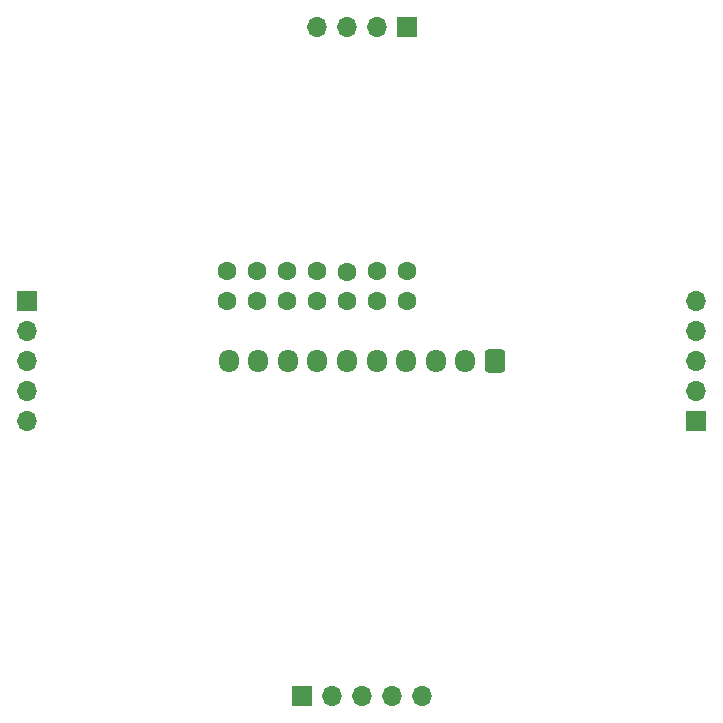
<source format=gbr>
%TF.GenerationSoftware,KiCad,Pcbnew,(6.0.5)*%
%TF.CreationDate,2022-10-17T22:48:42+09:00*%
%TF.ProjectId,line __,6c696e65-2071-4082-9e6b-696361645f70,rev?*%
%TF.SameCoordinates,Original*%
%TF.FileFunction,Soldermask,Bot*%
%TF.FilePolarity,Negative*%
%FSLAX46Y46*%
G04 Gerber Fmt 4.6, Leading zero omitted, Abs format (unit mm)*
G04 Created by KiCad (PCBNEW (6.0.5)) date 2022-10-17 22:48:42*
%MOMM*%
%LPD*%
G01*
G04 APERTURE LIST*
G04 Aperture macros list*
%AMRoundRect*
0 Rectangle with rounded corners*
0 $1 Rounding radius*
0 $2 $3 $4 $5 $6 $7 $8 $9 X,Y pos of 4 corners*
0 Add a 4 corners polygon primitive as box body*
4,1,4,$2,$3,$4,$5,$6,$7,$8,$9,$2,$3,0*
0 Add four circle primitives for the rounded corners*
1,1,$1+$1,$2,$3*
1,1,$1+$1,$4,$5*
1,1,$1+$1,$6,$7*
1,1,$1+$1,$8,$9*
0 Add four rect primitives between the rounded corners*
20,1,$1+$1,$2,$3,$4,$5,0*
20,1,$1+$1,$4,$5,$6,$7,0*
20,1,$1+$1,$6,$7,$8,$9,0*
20,1,$1+$1,$8,$9,$2,$3,0*%
G04 Aperture macros list end*
%ADD10R,1.700000X1.700000*%
%ADD11O,1.700000X1.700000*%
%ADD12RoundRect,0.250000X0.600000X0.725000X-0.600000X0.725000X-0.600000X-0.725000X0.600000X-0.725000X0*%
%ADD13O,1.700000X1.950000*%
%ADD14C,1.600000*%
G04 APERTURE END LIST*
D10*
%TO.C,J4*%
X117729000Y-96540000D03*
D11*
X117729000Y-99080000D03*
X117729000Y-101620000D03*
X117729000Y-104160000D03*
X117729000Y-106700000D03*
%TD*%
D10*
%TO.C,J2*%
X174371000Y-106660000D03*
D11*
X174371000Y-104120000D03*
X174371000Y-101580000D03*
X174371000Y-99040000D03*
X174371000Y-96500000D03*
%TD*%
D10*
%TO.C,J1*%
X149860000Y-73279000D03*
D11*
X147320000Y-73279000D03*
X144780000Y-73279000D03*
X142240000Y-73279000D03*
%TD*%
D10*
%TO.C,J5*%
X140990000Y-129921000D03*
D11*
X143530000Y-129921000D03*
X146070000Y-129921000D03*
X148610000Y-129921000D03*
X151150000Y-129921000D03*
%TD*%
D12*
%TO.C,J3*%
X157300000Y-101583000D03*
D13*
X154800000Y-101583000D03*
X152300000Y-101583000D03*
X149800000Y-101583000D03*
X147300000Y-101583000D03*
X144800000Y-101583000D03*
X142300000Y-101583000D03*
X139800000Y-101583000D03*
X137300000Y-101583000D03*
X134800000Y-101583000D03*
%TD*%
D14*
%TO.C,C6*%
X137160000Y-96500000D03*
X137160000Y-94000000D03*
%TD*%
%TO.C,C3*%
X144780000Y-96520000D03*
X144780000Y-94020000D03*
%TD*%
%TO.C,C2*%
X147320000Y-96500000D03*
X147320000Y-94000000D03*
%TD*%
%TO.C,C7*%
X134620000Y-96500000D03*
X134620000Y-94000000D03*
%TD*%
%TO.C,C4*%
X142260000Y-96500000D03*
X142260000Y-94000000D03*
%TD*%
%TO.C,C5*%
X139700000Y-96500000D03*
X139700000Y-94000000D03*
%TD*%
%TO.C,C1*%
X149860000Y-96500000D03*
X149860000Y-94000000D03*
%TD*%
M02*

</source>
